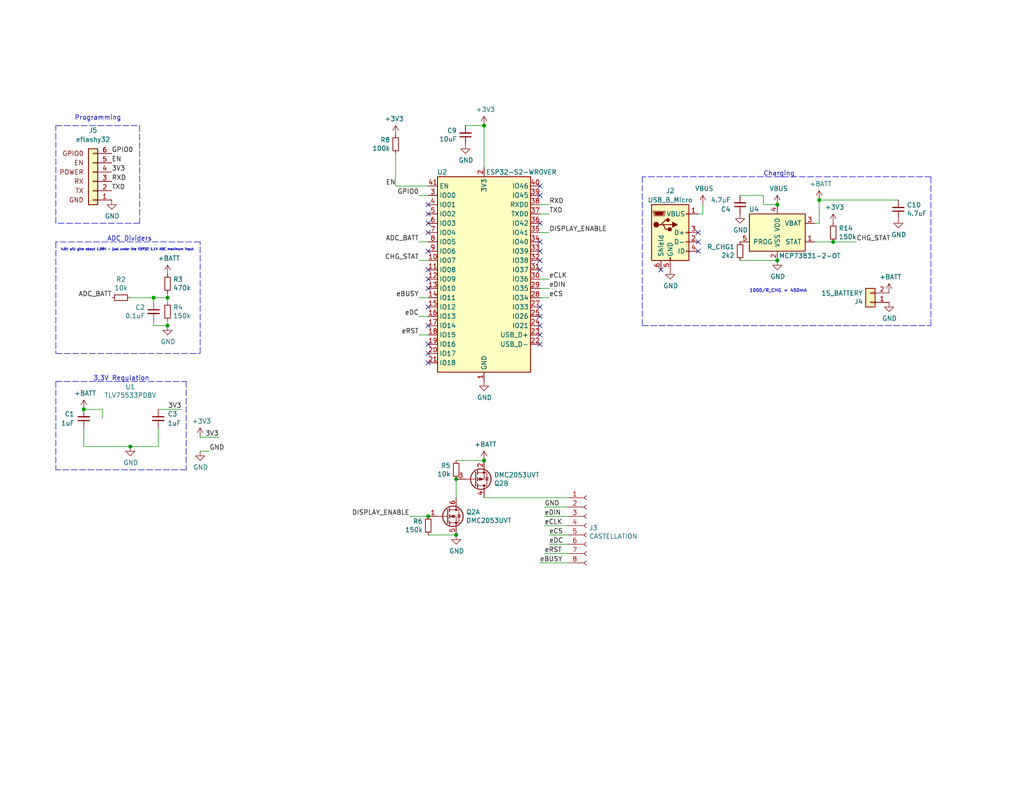
<source format=kicad_sch>
(kicad_sch (version 20210621) (generator eeschema)
  (paper "USLetter")
  (lib_symbols
    (symbol "!Custom:esp32buddy" (pin_names (offset 1.016) hide)
      (property "Reference" "J" (at 0 7.62 0))
      (property "Value" "esp32buddy" (at 0 -10.16 0))
      (symbol "esp32buddy_0_0"
        (text "GND" (at 2.54 5.08 0) (effects (font (size 1.27 1.27)) (justify left)))
      )
      (symbol "esp32buddy_1_1"
        (text "EN" (at 2.54 -5.08 0) (effects (font (size 1.27 1.27)) (justify left)))
        (text "GPIO0" (at 2.54 -7.62 0) (effects (font (size 1.27 1.27)) (justify left)))
        (text "POWER" (at 2.54 -2.54 0) (effects (font (size 1.27 1.27)) (justify left)))
        (text "RX" (at 2.54 0 0) (effects (font (size 1.27 1.27)) (justify left)))
        (text "TX" (at 2.54 2.54 0) (effects (font (size 1.27 1.27)) (justify left)))
        (rectangle (start -1.27 -7.493) (end 0 -7.747) (stroke (width 0.1524)))
        (rectangle (start -1.27 -4.953) (end 0 -5.207) (stroke (width 0.1524)))
        (rectangle (start -1.27 -2.413) (end 0 -2.667) (stroke (width 0.1524)))
        (rectangle (start -1.27 0.127) (end 0 -0.127) (stroke (width 0.1524)))
        (rectangle (start -1.27 2.667) (end 0 2.413) (stroke (width 0.1524)))
        (rectangle (start -1.27 5.207) (end 0 4.953) (stroke (width 0.1524)))
        (rectangle (start -1.27 6.35) (end 1.27 -8.89) (stroke (width 0.254)) (fill (type background)))
        (pin passive line (at -5.08 5.08 0) (length 3.81) (name "Pin_1") (number "1"))
        (pin passive line (at -5.08 2.54 0) (length 3.81) (name "Pin_2") (number "2"))
        (pin passive line (at -5.08 0 0) (length 3.81) (name "Pin_3") (number "3"))
        (pin passive line (at -5.08 -2.54 0) (length 3.81) (name "Pin_4") (number "4"))
        (pin passive line (at -5.08 -5.08 0) (length 3.81) (name "Pin_5") (number "5"))
        (pin passive line (at -5.08 -7.62 0) (length 3.81) (name "Pin_6") (number "6"))
      )
    )
    (symbol "Battery_Management:MCP73831-2-OT" (pin_names (offset 1.016))
      (property "Reference" "U" (at -7.62 6.35 0))
      (property "Value" "MCP73831-2-OT" (at 1.27 6.35 0))
      (symbol "MCP73831-2-OT_0_1"
        (rectangle (start -7.62 5.08) (end 7.62 -5.08) (stroke (width 0.254)) (fill (type background)))
      )
      (symbol "MCP73831-2-OT_1_1"
        (pin output line (at 10.16 -2.54 180) (length 2.54) (name "STAT") (number "1"))
        (pin power_in line (at 0 -7.62 90) (length 2.54) (name "VSS") (number "2"))
        (pin power_out line (at 10.16 2.54 180) (length 2.54) (name "VBAT") (number "3"))
        (pin power_in line (at 0 7.62 270) (length 2.54) (name "VDD") (number "4"))
        (pin input line (at -10.16 -2.54 0) (length 2.54) (name "PROG") (number "5"))
      )
    )
    (symbol "Connector:Conn_01x08_Female" (pin_names (offset 1.016) hide)
      (property "Reference" "J" (at 0 10.16 0))
      (property "Value" "Conn_01x08_Female" (at 0 -12.7 0))
      (symbol "Conn_01x08_Female_1_1"
        (arc (start 0 -9.652) (end 0 -10.668) (radius (at 0 -10.16) (length 0.508) (angles 90.1 -90.1)) (stroke (width 0.1524)))
        (arc (start 0 -7.112) (end 0 -8.128) (radius (at 0 -7.62) (length 0.508) (angles 90.1 -90.1)) (stroke (width 0.1524)))
        (arc (start 0 -4.572) (end 0 -5.588) (radius (at 0 -5.08) (length 0.508) (angles 90.1 -90.1)) (stroke (width 0.1524)))
        (arc (start 0 -2.032) (end 0 -3.048) (radius (at 0 -2.54) (length 0.508) (angles 90.1 -90.1)) (stroke (width 0.1524)))
        (arc (start 0 0.508) (end 0 -0.508) (radius (at 0 0) (length 0.508) (angles 90.1 -90.1)) (stroke (width 0.1524)))
        (arc (start 0 3.048) (end 0 2.032) (radius (at 0 2.54) (length 0.508) (angles 90.1 -90.1)) (stroke (width 0.1524)))
        (arc (start 0 5.588) (end 0 4.572) (radius (at 0 5.08) (length 0.508) (angles 90.1 -90.1)) (stroke (width 0.1524)))
        (arc (start 0 8.128) (end 0 7.112) (radius (at 0 7.62) (length 0.508) (angles 90.1 -90.1)) (stroke (width 0.1524)))
        (polyline (pts (xy -1.27 -10.16) (xy -0.508 -10.16)) (stroke (width 0.1524)))
        (polyline (pts (xy -1.27 -7.62) (xy -0.508 -7.62)) (stroke (width 0.1524)))
        (polyline (pts (xy -1.27 -5.08) (xy -0.508 -5.08)) (stroke (width 0.1524)))
        (polyline (pts (xy -1.27 -2.54) (xy -0.508 -2.54)) (stroke (width 0.1524)))
        (polyline (pts (xy -1.27 0) (xy -0.508 0)) (stroke (width 0.1524)))
        (polyline (pts (xy -1.27 2.54) (xy -0.508 2.54)) (stroke (width 0.1524)))
        (polyline (pts (xy -1.27 5.08) (xy -0.508 5.08)) (stroke (width 0.1524)))
        (polyline (pts (xy -1.27 7.62) (xy -0.508 7.62)) (stroke (width 0.1524)))
        (pin passive line (at -5.08 7.62 0) (length 3.81) (name "Pin_1") (number "1"))
        (pin passive line (at -5.08 5.08 0) (length 3.81) (name "Pin_2") (number "2"))
        (pin passive line (at -5.08 2.54 0) (length 3.81) (name "Pin_3") (number "3"))
        (pin passive line (at -5.08 0 0) (length 3.81) (name "Pin_4") (number "4"))
        (pin passive line (at -5.08 -2.54 0) (length 3.81) (name "Pin_5") (number "5"))
        (pin passive line (at -5.08 -5.08 0) (length 3.81) (name "Pin_6") (number "6"))
        (pin passive line (at -5.08 -7.62 0) (length 3.81) (name "Pin_7") (number "7"))
        (pin passive line (at -5.08 -10.16 0) (length 3.81) (name "Pin_8") (number "8"))
      )
    )
    (symbol "Connector:USB_B_Micro" (pin_names (offset 1.016))
      (property "Reference" "J" (at -5.08 11.43 0))
      (property "Value" "USB_B_Micro" (at -5.08 8.89 0))
      (symbol "USB_B_Micro_0_1"
        (circle (center -3.81 2.159) (radius 0.635) (stroke (width 0.254)) (fill (type outline)))
        (circle (center -0.635 3.429) (radius 0.381) (stroke (width 0.254)) (fill (type outline)))
        (rectangle (start -0.127 -7.62) (end 0.127 -6.858))
        (rectangle (start 5.08 -5.207) (end 4.318 -4.953))
        (rectangle (start 5.08 -2.667) (end 4.318 -2.413))
        (rectangle (start 5.08 -0.127) (end 4.318 0.127))
        (rectangle (start 5.08 4.953) (end 4.318 5.207))
        (rectangle (start 0.254 1.27) (end -0.508 0.508) (stroke (width 0.254)) (fill (type outline)))
        (rectangle (start -5.08 -7.62) (end 5.08 7.62) (stroke (width 0.254)) (fill (type background)))
        (polyline (pts (xy -1.905 2.159) (xy 0.635 2.159)) (stroke (width 0.254)))
        (polyline (pts (xy -3.175 2.159) (xy -2.54 2.159) (xy -1.27 3.429) (xy -0.635 3.429)) (stroke (width 0.254)))
        (polyline (pts (xy -2.54 2.159) (xy -1.905 2.159) (xy -1.27 0.889) (xy 0 0.889)) (stroke (width 0.254)))
        (polyline (pts (xy -4.699 5.842) (xy -4.699 5.588) (xy -4.445 4.826) (xy -4.445 4.572) (xy -1.651 4.572) (xy -1.651 4.826) (xy -1.397 5.588) (xy -1.397 5.842) (xy -4.699 5.842)))
        (polyline (pts (xy 0.635 2.794) (xy 0.635 1.524) (xy 1.905 2.159) (xy 0.635 2.794)) (stroke (width 0.254)) (fill (type outline)))
        (polyline (pts (xy -4.318 5.588) (xy -1.778 5.588) (xy -2.032 4.826) (xy -4.064 4.826) (xy -4.318 5.588)) (fill (type outline)))
      )
      (symbol "USB_B_Micro_1_1"
        (pin power_out line (at 7.62 5.08 180) (length 2.54) (name "VBUS") (number "1"))
        (pin passive line (at 7.62 -2.54 180) (length 2.54) (name "D-") (number "2"))
        (pin passive line (at 7.62 0 180) (length 2.54) (name "D+") (number "3"))
        (pin passive line (at 7.62 -5.08 180) (length 2.54) (name "ID") (number "4"))
        (pin power_out line (at 0 -10.16 90) (length 2.54) (name "GND") (number "5"))
        (pin passive line (at -2.54 -10.16 90) (length 2.54) (name "Shield") (number "6"))
      )
    )
    (symbol "Connector_Generic:Conn_01x02" (pin_names (offset 1.016) hide)
      (property "Reference" "J" (at 0 2.54 0))
      (property "Value" "Conn_01x02" (at 0 -5.08 0))
      (symbol "Conn_01x02_1_1"
        (rectangle (start -1.27 -2.413) (end 0 -2.667) (stroke (width 0.1524)))
        (rectangle (start -1.27 0.127) (end 0 -0.127) (stroke (width 0.1524)))
        (rectangle (start -1.27 1.27) (end 1.27 -3.81) (stroke (width 0.254)) (fill (type background)))
        (pin passive line (at -5.08 0 0) (length 3.81) (name "Pin_1") (number "1"))
        (pin passive line (at -5.08 -2.54 0) (length 3.81) (name "Pin_2") (number "2"))
      )
    )
    (symbol "Device:C_Small" (pin_numbers hide) (pin_names (offset 0.254) hide)
      (property "Reference" "C" (at 0.254 1.778 0))
      (property "Value" "C_Small" (at 0.254 -2.032 0))
      (symbol "C_Small_0_1"
        (polyline (pts (xy -1.524 -0.508) (xy 1.524 -0.508)) (stroke (width 0.3302)))
        (polyline (pts (xy -1.524 0.508) (xy 1.524 0.508)) (stroke (width 0.3048)))
      )
      (symbol "C_Small_1_1"
        (pin passive line (at 0 2.54 270) (length 2.032) (name "~") (number "1"))
        (pin passive line (at 0 -2.54 90) (length 2.032) (name "~") (number "2"))
      )
    )
    (symbol "Device:R_Small" (pin_numbers hide) (pin_names (offset 0.254) hide)
      (property "Reference" "R" (at 0.762 0.508 0))
      (property "Value" "R_Small" (at 0.762 -1.016 0))
      (symbol "R_Small_0_1"
        (rectangle (start -0.762 1.778) (end 0.762 -1.778) (stroke (width 0.2032)))
      )
      (symbol "R_Small_1_1"
        (pin passive line (at 0 2.54 270) (length 0.762) (name "~") (number "1"))
        (pin passive line (at 0 -2.54 90) (length 0.762) (name "~") (number "2"))
      )
    )
    (symbol "RF_Module:ESP32-S2-WROVER"
      (property "Reference" "U" (at -12.7 29.21 0))
      (property "Value" "ESP32-S2-WROVER" (at 2.54 29.21 0))
      (symbol "ESP32-S2-WROVER_0_1"
        (rectangle (start -12.7 27.94) (end 12.7 -25.4) (stroke (width 0.254)) (fill (type background)))
      )
      (symbol "ESP32-S2-WROVER_1_1"
        (pin power_in line (at 0 -27.94 90) (length 2.54) (name "GND") (number "1"))
        (pin bidirectional line (at -15.24 5.08 0) (length 2.54) (name "IO07") (number "10"))
        (pin bidirectional line (at -15.24 2.54 0) (length 2.54) (name "IO08") (number "11"))
        (pin bidirectional line (at -15.24 0 0) (length 2.54) (name "IO09") (number "12"))
        (pin bidirectional line (at -15.24 -2.54 0) (length 2.54) (name "IO10") (number "13"))
        (pin bidirectional line (at -15.24 -5.08 0) (length 2.54) (name "IO11") (number "14"))
        (pin bidirectional line (at -15.24 -7.62 0) (length 2.54) (name "IO12") (number "15"))
        (pin bidirectional line (at -15.24 -10.16 0) (length 2.54) (name "IO13") (number "16"))
        (pin bidirectional line (at -15.24 -12.7 0) (length 2.54) (name "IO14") (number "17"))
        (pin bidirectional line (at -15.24 -15.24 0) (length 2.54) (name "IO15") (number "18"))
        (pin bidirectional line (at -15.24 -17.78 0) (length 2.54) (name "IO16") (number "19"))
        (pin power_in line (at 0 30.48 270) (length 2.54) (name "3V3") (number "2"))
        (pin bidirectional line (at -15.24 -20.32 0) (length 2.54) (name "IO17") (number "20"))
        (pin bidirectional line (at -15.24 -22.86 0) (length 2.54) (name "IO18") (number "21"))
        (pin bidirectional line (at 15.24 -17.78 180) (length 2.54) (name "USB_D-") (number "22"))
        (pin bidirectional line (at 15.24 -15.24 180) (length 2.54) (name "USB_D+") (number "23"))
        (pin bidirectional line (at 15.24 -12.7 180) (length 2.54) (name "IO21") (number "24"))
        (pin bidirectional line (at 15.24 -10.16 180) (length 2.54) (name "IO26") (number "25"))
        (pin passive line (at 0 -27.94 90) (length 2.54) hide (name "GND") (number "26"))
        (pin bidirectional line (at 15.24 -7.62 180) (length 2.54) (name "IO33") (number "27"))
        (pin bidirectional line (at 15.24 -5.08 180) (length 2.54) (name "IO34") (number "28"))
        (pin bidirectional line (at 15.24 -2.54 180) (length 2.54) (name "IO35") (number "29"))
        (pin bidirectional line (at -15.24 22.86 0) (length 2.54) (name "IO00") (number "3"))
        (pin bidirectional line (at 15.24 0 180) (length 2.54) (name "IO36") (number "30"))
        (pin bidirectional line (at 15.24 2.54 180) (length 2.54) (name "IO37") (number "31"))
        (pin bidirectional line (at 15.24 5.08 180) (length 2.54) (name "IO38") (number "32"))
        (pin bidirectional line (at 15.24 7.62 180) (length 2.54) (name "IO39") (number "33"))
        (pin bidirectional line (at 15.24 10.16 180) (length 2.54) (name "IO40") (number "34"))
        (pin bidirectional line (at 15.24 12.7 180) (length 2.54) (name "IO41") (number "35"))
        (pin bidirectional line (at 15.24 15.24 180) (length 2.54) (name "IO42") (number "36"))
        (pin bidirectional line (at 15.24 17.78 180) (length 2.54) (name "TXD0") (number "37"))
        (pin bidirectional line (at 15.24 20.32 180) (length 2.54) (name "RXD0") (number "38"))
        (pin bidirectional line (at 15.24 22.86 180) (length 2.54) (name "IO45") (number "39"))
        (pin bidirectional line (at -15.24 20.32 0) (length 2.54) (name "IO01") (number "4"))
        (pin input line (at 15.24 25.4 180) (length 2.54) (name "IO46") (number "40"))
        (pin input line (at -15.24 25.4 0) (length 2.54) (name "EN") (number "41"))
        (pin passive line (at 0 -27.94 90) (length 2.54) hide (name "GND") (number "42"))
        (pin passive line (at 0 -27.94 90) (length 2.54) hide (name "GND") (number "43"))
        (pin bidirectional line (at -15.24 17.78 0) (length 2.54) (name "IO02") (number "5"))
        (pin bidirectional line (at -15.24 15.24 0) (length 2.54) (name "IO03") (number "6"))
        (pin bidirectional line (at -15.24 12.7 0) (length 2.54) (name "IO04") (number "7"))
        (pin bidirectional line (at -15.24 10.16 0) (length 2.54) (name "IO05") (number "8"))
        (pin bidirectional line (at -15.24 7.62 0) (length 2.54) (name "IO06") (number "9"))
      )
    )
    (symbol "Transistor_FET:DMC2053UVT" (pin_names hide)
      (property "Reference" "Q" (at 3.175 1.27 0))
      (property "Value" "DMC2053UVT" (at 3.175 -1.27 0))
      (symbol "DMC2053UVT_0_1"
        (circle (center -0.889 0) (radius 2.794) (stroke (width 0.254)))
        (circle (center 0 -1.778) (radius 0.254) (fill (type outline)))
        (circle (center 0 1.778) (radius 0.254) (fill (type outline)))
        (polyline (pts (xy -2.286 0) (xy -5.08 0)))
        (polyline (pts (xy -2.286 1.905) (xy -2.286 -1.905)) (stroke (width 0.254)))
        (polyline (pts (xy -1.778 -1.27) (xy -1.778 -2.286)) (stroke (width 0.254)))
        (polyline (pts (xy -1.778 0.508) (xy -1.778 -0.508)) (stroke (width 0.254)))
        (polyline (pts (xy -1.778 2.286) (xy -1.778 1.27)) (stroke (width 0.254)))
        (polyline (pts (xy 0 2.54) (xy 0 1.778)))
        (polyline (pts (xy 0 -2.54) (xy 0 0) (xy -1.778 0)))
        (polyline (pts (xy -1.778 -1.778) (xy 0.762 -1.778) (xy 0.762 1.778) (xy -1.778 1.778)))
      )
      (symbol "DMC2053UVT_1_1"
        (polyline (pts (xy 0.254 0.508) (xy 0.381 0.381) (xy 1.143 0.381) (xy 1.27 0.254)))
        (polyline (pts (xy 0.762 0.381) (xy 0.381 -0.254) (xy 1.143 -0.254) (xy 0.762 0.381)))
        (polyline (pts (xy -1.524 0) (xy -0.508 0.381) (xy -0.508 -0.381) (xy -1.524 0)) (fill (type outline)))
        (pin passive line (at -7.62 0 0) (length 2.54) (name "G") (number "1"))
        (pin passive line (at 0 -5.08 90) (length 2.54) (name "S") (number "5"))
        (pin passive line (at 0 5.08 270) (length 2.54) (name "D") (number "6"))
      )
      (symbol "DMC2053UVT_2_1"
        (polyline (pts (xy 0.254 -0.508) (xy 0.381 -0.381) (xy 1.143 -0.381) (xy 1.27 -0.254)))
        (polyline (pts (xy 0.762 -0.381) (xy 0.381 0.254) (xy 1.143 0.254) (xy 0.762 -0.381)))
        (polyline (pts (xy -0.254 0) (xy -1.27 0.381) (xy -1.27 -0.381) (xy -0.254 0)) (fill (type outline)))
        (pin passive line (at 0 -5.08 90) (length 2.54) (name "S") (number "2"))
        (pin passive line (at -7.62 0 0) (length 2.54) (name "G") (number "3"))
        (pin passive line (at 0 5.08 270) (length 2.54) (name "D") (number "4"))
      )
    )
    (symbol "power:+3V3" (power) (pin_names (offset 0))
      (property "Value" "+3V3" (at 0 3.556 0))
      (symbol "+3V3_0_1"
        (polyline (pts (xy -0.762 1.27) (xy 0 2.54)))
        (polyline (pts (xy 0 0) (xy 0 2.54)))
        (polyline (pts (xy 0 2.54) (xy 0.762 1.27)))
      )
      (symbol "+3V3_1_1"
        (pin power_in line (at 0 0 90) (length 0) hide (name "+3V3") (number "1"))
      )
    )
    (symbol "power:+BATT" (power) (pin_names (offset 0))
      (property "Value" "+BATT" (at 0 3.556 0))
      (symbol "+BATT_0_1"
        (polyline (pts (xy -0.762 1.27) (xy 0 2.54)))
        (polyline (pts (xy 0 0) (xy 0 2.54)))
        (polyline (pts (xy 0 2.54) (xy 0.762 1.27)))
      )
      (symbol "+BATT_1_1"
        (pin power_in line (at 0 0 90) (length 0) hide (name "+BATT") (number "1"))
      )
    )
    (symbol "power:GND" (power) (pin_names (offset 0))
      (property "Value" "GND" (at 0 -3.81 0))
      (symbol "GND_0_1"
        (polyline (pts (xy 0 0) (xy 0 -1.27) (xy 1.27 -1.27) (xy 0 -2.54) (xy -1.27 -1.27) (xy 0 -1.27)))
      )
      (symbol "GND_1_1"
        (pin power_in line (at 0 0 270) (length 0) hide (name "GND") (number "1"))
      )
    )
    (symbol "power:VBUS" (power) (pin_names (offset 0))
      (property "Value" "VBUS" (at 0 3.81 0))
      (symbol "VBUS_0_1"
        (polyline (pts (xy -0.762 1.27) (xy 0 2.54)))
        (polyline (pts (xy 0 0) (xy 0 2.54)))
        (polyline (pts (xy 0 2.54) (xy 0.762 1.27)))
      )
      (symbol "VBUS_1_1"
        (pin power_in line (at 0 0 90) (length 0) hide (name "VBUS") (number "1"))
      )
    )
  )
  (junction (at 22.86 111.76))
  (junction (at 35.56 121.92))
  (junction (at 41.91 81.28))
  (junction (at 45.72 81.28))
  (junction (at 45.72 88.9))
  (junction (at 116.84 140.97))
  (junction (at 124.46 130.81))
  (junction (at 124.46 146.05))
  (junction (at 132.08 34.29))
  (junction (at 132.08 125.73))
  (junction (at 212.09 55.88))
  (junction (at 212.09 71.12))
  (junction (at 223.52 54.61))
  (junction (at 227.33 66.04))
  (no_connect (at 116.84 55.88))
  (no_connect (at 116.84 58.42))
  (no_connect (at 116.84 60.96))
  (no_connect (at 116.84 63.5))
  (no_connect (at 116.84 68.58))
  (no_connect (at 116.84 73.66))
  (no_connect (at 116.84 76.2))
  (no_connect (at 116.84 78.74))
  (no_connect (at 116.84 83.82))
  (no_connect (at 116.84 88.9))
  (no_connect (at 116.84 93.98))
  (no_connect (at 116.84 96.52))
  (no_connect (at 116.84 99.06))
  (no_connect (at 147.32 50.8))
  (no_connect (at 147.32 53.34))
  (no_connect (at 147.32 60.96))
  (no_connect (at 147.32 66.04))
  (no_connect (at 147.32 68.58))
  (no_connect (at 147.32 71.12))
  (no_connect (at 147.32 73.66))
  (no_connect (at 147.32 83.82))
  (no_connect (at 147.32 86.36))
  (no_connect (at 147.32 88.9))
  (no_connect (at 147.32 91.44))
  (no_connect (at 147.32 93.98))
  (no_connect (at 180.34 73.66))
  (no_connect (at 190.5 63.5))
  (no_connect (at 190.5 66.04))
  (no_connect (at 190.5 68.58))
  (wire (pts (xy 22.86 121.92) (xy 22.86 116.84)))
  (wire (pts (xy 27.94 111.76) (xy 22.86 111.76)))
  (wire (pts (xy 27.94 111.76) (xy 27.94 114.3)))
  (wire (pts (xy 35.56 81.28) (xy 41.91 81.28)))
  (wire (pts (xy 35.56 121.92) (xy 22.86 121.92)))
  (wire (pts (xy 41.91 81.28) (xy 45.72 81.28)))
  (wire (pts (xy 41.91 82.55) (xy 41.91 81.28)))
  (wire (pts (xy 41.91 87.63) (xy 41.91 88.9)))
  (wire (pts (xy 41.91 88.9) (xy 45.72 88.9)))
  (wire (pts (xy 43.18 116.84) (xy 43.18 121.92)))
  (wire (pts (xy 43.18 121.92) (xy 35.56 121.92)))
  (wire (pts (xy 45.72 80.01) (xy 45.72 81.28)))
  (wire (pts (xy 45.72 81.28) (xy 45.72 82.55)))
  (wire (pts (xy 45.72 88.9) (xy 45.72 87.63)))
  (wire (pts (xy 49.53 111.76) (xy 43.18 111.76)))
  (wire (pts (xy 54.61 119.38) (xy 59.69 119.38)))
  (wire (pts (xy 54.61 123.19) (xy 57.15 123.19)))
  (wire (pts (xy 107.95 41.91) (xy 107.95 50.8)))
  (wire (pts (xy 111.76 140.97) (xy 116.84 140.97)))
  (wire (pts (xy 114.3 86.36) (xy 116.84 86.36)))
  (wire (pts (xy 114.3 91.44) (xy 116.84 91.44)))
  (wire (pts (xy 116.84 50.8) (xy 107.95 50.8)))
  (wire (pts (xy 116.84 53.34) (xy 114.3 53.34)))
  (wire (pts (xy 116.84 66.04) (xy 114.3 66.04)))
  (wire (pts (xy 116.84 71.12) (xy 114.3 71.12)))
  (wire (pts (xy 116.84 81.28) (xy 114.3 81.28)))
  (wire (pts (xy 116.84 146.05) (xy 124.46 146.05)))
  (wire (pts (xy 124.46 125.73) (xy 132.08 125.73)))
  (wire (pts (xy 124.46 130.81) (xy 124.46 135.89)))
  (wire (pts (xy 127 34.29) (xy 132.08 34.29)))
  (wire (pts (xy 132.08 34.29) (xy 132.08 45.72)))
  (wire (pts (xy 132.08 135.89) (xy 154.94 135.89)))
  (wire (pts (xy 148.59 143.51) (xy 154.94 143.51)))
  (wire (pts (xy 149.86 55.88) (xy 147.32 55.88)))
  (wire (pts (xy 149.86 58.42) (xy 147.32 58.42)))
  (wire (pts (xy 149.86 63.5) (xy 147.32 63.5)))
  (wire (pts (xy 149.86 76.2) (xy 147.32 76.2)))
  (wire (pts (xy 149.86 78.74) (xy 147.32 78.74)))
  (wire (pts (xy 149.86 81.28) (xy 147.32 81.28)))
  (wire (pts (xy 154.94 138.43) (xy 148.59 138.43)))
  (wire (pts (xy 154.94 140.97) (xy 148.59 140.97)))
  (wire (pts (xy 154.94 146.05) (xy 149.86 146.05)))
  (wire (pts (xy 154.94 148.59) (xy 149.86 148.59)))
  (wire (pts (xy 154.94 151.13) (xy 148.59 151.13)))
  (wire (pts (xy 154.94 153.67) (xy 147.32 153.67)))
  (wire (pts (xy 191.77 55.88) (xy 191.77 58.42)))
  (wire (pts (xy 191.77 58.42) (xy 190.5 58.42)))
  (wire (pts (xy 201.93 53.34) (xy 208.28 53.34)))
  (wire (pts (xy 208.28 53.34) (xy 208.28 55.88)))
  (wire (pts (xy 208.28 55.88) (xy 212.09 55.88)))
  (wire (pts (xy 212.09 71.12) (xy 201.93 71.12)))
  (wire (pts (xy 222.25 60.96) (xy 223.52 60.96)))
  (wire (pts (xy 222.25 66.04) (xy 227.33 66.04)))
  (wire (pts (xy 223.52 54.61) (xy 245.11 54.61)))
  (wire (pts (xy 223.52 60.96) (xy 223.52 54.61)))
  (wire (pts (xy 227.33 66.04) (xy 233.68 66.04)))
  (polyline (pts (xy 15.24 34.29) (xy 38.1 34.29)))
  (polyline (pts (xy 15.24 60.96) (xy 15.24 34.29)))
  (polyline (pts (xy 15.24 66.04) (xy 15.24 96.52)))
  (polyline (pts (xy 15.24 96.52) (xy 54.61 96.52)))
  (polyline (pts (xy 15.24 104.14) (xy 15.24 128.27)))
  (polyline (pts (xy 15.24 104.14) (xy 50.8 104.14)))
  (polyline (pts (xy 38.1 34.29) (xy 38.1 60.96)))
  (polyline (pts (xy 38.1 60.96) (xy 15.24 60.96)))
  (polyline (pts (xy 50.8 104.14) (xy 50.8 128.27)))
  (polyline (pts (xy 50.8 128.27) (xy 15.24 128.27)))
  (polyline (pts (xy 54.61 66.04) (xy 15.24 66.04)))
  (polyline (pts (xy 54.61 96.52) (xy 54.61 66.04)))
  (polyline (pts (xy 175.26 48.26) (xy 175.26 88.9)))
  (polyline (pts (xy 175.26 88.9) (xy 254 88.9)))
  (polyline (pts (xy 254 48.26) (xy 175.26 48.26)))
  (polyline (pts (xy 254 88.9) (xy 254 48.26)))
  (text "4.5V will give about 1.09V - just under the ESP32 1.1V ADC maximum input" (at 16.51 68.58 0) (effects (font (size 0.6096 0.6096)) (justify left bottom)))
  (text "Programming" (at 20.32 33.02 0) (effects (font (size 1.27 1.27)) (justify left bottom)))
  (text "3.3V Regulation" (at 25.4 104.14 0) (effects (font (size 1.27 1.27)) (justify left bottom)))
  (text "ADC Dividers" (at 29.21 66.04 0) (effects (font (size 1.27 1.27)) (justify left bottom)))
  (text "1000/R_CHG = 450mA" (at 204.47 80.01 0) (effects (font (size 0.889 0.889)) (justify left bottom)))
  (text "Charging" (at 208.28 48.26 0) (effects (font (size 1.27 1.27)) (justify left bottom)))
  (label "GPIO0" (at 30.48 41.91 0))
  (label "EN" (at 30.48 44.45 0))
  (label "3V3" (at 30.48 46.99 0))
  (label "RXD" (at 30.48 49.53 0))
  (label "TXD" (at 30.48 52.07 0))
  (label "ADC_BATT" (at 30.48 81.28 180))
  (label "3V3" (at 49.53 111.76 180))
  (label "GND" (at 57.15 123.19 0))
  (label "3V3" (at 59.69 119.38 180))
  (label "EN" (at 107.95 50.8 180))
  (label "DISPLAY_ENABLE" (at 111.76 140.97 180))
  (label "GPIO0" (at 114.3 53.34 180))
  (label "ADC_BATT" (at 114.3 66.04 180))
  (label "CHG_STAT" (at 114.3 71.12 180))
  (label "eBUSY" (at 114.3 81.28 180))
  (label "eDC" (at 114.3 86.36 180))
  (label "eRST" (at 114.3 91.44 180))
  (label "eBUSY" (at 147.32 153.67 0))
  (label "GND" (at 148.59 138.43 0))
  (label "eDIN" (at 148.59 140.97 0))
  (label "eCLK" (at 148.59 143.51 0))
  (label "eRST" (at 148.59 151.13 0))
  (label "RXD" (at 149.86 55.88 0))
  (label "TXD" (at 149.86 58.42 0))
  (label "DISPLAY_ENABLE" (at 149.86 63.5 0))
  (label "eCLK" (at 149.86 76.2 0))
  (label "eDIN" (at 149.86 78.74 0))
  (label "eCS" (at 149.86 81.28 0))
  (label "eCS" (at 149.86 146.05 0))
  (label "eDC" (at 149.86 148.59 0))
  (label "CHG_STAT" (at 233.68 66.04 0))
  (symbol (lib_id "power:+BATT") (at 22.86 111.76 0) (unit 1)
    (property "Reference" "#PWR02" (effects hide))
    (property "Value" "+BATT" (at 23.241 107.3658 0))
  )
  (symbol (lib_id "power:+BATT") (at 45.72 74.93 0) (unit 1)
    (property "Reference" "#PWR06" (effects hide))
    (property "Value" "+BATT" (at 46.101 70.5358 0))
  )
  (symbol (lib_id "power:+3V3") (at 54.61 119.38 0) (unit 1)
    (property "Reference" "#PWR010" (effects hide))
    (property "Value" "+3V3" (at 54.991 114.9858 0))
  )
  (symbol (lib_id "power:+3V3") (at 107.95 36.83 0) (mirror y) (unit 1)
    (property "Reference" "#PWR020" (effects hide))
    (property "Value" "+3V3" (at 107.569 32.4358 0))
  )
  (symbol (lib_id "power:+3V3") (at 132.08 34.29 0) (unit 1)
    (property "Reference" "#PWR023" (effects hide))
    (property "Value" "+3V3" (at 132.461 29.8958 0))
  )
  (symbol (lib_id "power:+BATT") (at 132.08 125.73 0) (unit 1)
    (property "Reference" "#PWR0104" (effects hide))
    (property "Value" "+BATT" (at 132.461 121.3358 0))
  )
  (symbol (lib_id "power:VBUS") (at 191.77 55.88 0) (unit 1)
    (property "Reference" "#PWR031" (effects hide))
    (property "Value" "VBUS" (at 192.151 51.4858 0))
  )
  (symbol (lib_id "power:VBUS") (at 212.09 55.88 0) (unit 1)
    (property "Reference" "#PWR033" (effects hide))
    (property "Value" "VBUS" (at 212.471 51.4858 0))
  )
  (symbol (lib_id "power:+BATT") (at 223.52 54.61 0) (unit 1)
    (property "Reference" "#PWR036" (effects hide))
    (property "Value" "+BATT" (at 223.901 50.2158 0))
  )
  (symbol (lib_id "power:+3V3") (at 227.33 60.96 0) (unit 1)
    (property "Reference" "#PWR08" (effects hide))
    (property "Value" "+3V3" (at 227.711 56.5658 0))
  )
  (symbol (lib_id "power:+BATT") (at 242.57 80.01 0) (unit 1)
    (property "Reference" "#PWR037" (effects hide))
    (property "Value" "+BATT" (at 242.951 75.6158 0))
  )
  (symbol (lib_id "power:GND") (at 30.48 54.61 0) (unit 1)
    (property "Reference" "#PWR0105" (effects hide))
    (property "Value" "GND" (at 30.607 59.0042 0))
  )
  (symbol (lib_id "power:GND") (at 35.56 121.92 0) (unit 1)
    (property "Reference" "#PWR04" (effects hide))
    (property "Value" "GND" (at 35.687 126.3142 0))
  )
  (symbol (lib_id "power:GND") (at 45.72 88.9 0) (unit 1)
    (property "Reference" "#PWR07" (effects hide))
    (property "Value" "GND" (at 45.847 93.2942 0))
  )
  (symbol (lib_id "power:GND") (at 54.61 123.19 0) (unit 1)
    (property "Reference" "#PWR013" (effects hide))
    (property "Value" "GND" (at 54.737 127.5842 0))
  )
  (symbol (lib_id "power:GND") (at 124.46 146.05 0) (unit 1)
    (property "Reference" "#PWR0101" (effects hide))
    (property "Value" "GND" (at 124.587 150.4442 0))
  )
  (symbol (lib_id "power:GND") (at 127 39.37 0) (unit 1)
    (property "Reference" "#PWR022" (effects hide))
    (property "Value" "GND" (at 127.127 43.7642 0))
  )
  (symbol (lib_id "power:GND") (at 132.08 104.14 0) (unit 1)
    (property "Reference" "#PWR0106" (effects hide))
    (property "Value" "GND" (at 132.207 108.5342 0))
  )
  (symbol (lib_id "power:GND") (at 182.88 73.66 0) (unit 1)
    (property "Reference" "#PWR030" (effects hide))
    (property "Value" "GND" (at 183.007 78.0542 0))
  )
  (symbol (lib_id "power:GND") (at 201.93 58.42 0) (unit 1)
    (property "Reference" "#PWR011" (effects hide))
    (property "Value" "GND" (at 202.057 62.8142 0))
  )
  (symbol (lib_id "power:GND") (at 212.09 71.12 0) (unit 1)
    (property "Reference" "#PWR034" (effects hide))
    (property "Value" "GND" (at 212.217 75.5142 0))
  )
  (symbol (lib_id "power:GND") (at 242.57 82.55 0) (unit 1)
    (property "Reference" "#PWR035" (effects hide))
    (property "Value" "GND" (at 242.697 86.9442 0))
  )
  (symbol (lib_id "power:GND") (at 245.11 59.69 0) (unit 1)
    (property "Reference" "#PWR039" (effects hide))
    (property "Value" "GND" (at 245.237 64.0842 0))
  )
  (symbol (lib_id "Device:R_Small") (at 33.02 81.28 270) (unit 1)
    (property "Reference" "R2" (at 33.02 76.3016 90))
    (property "Value" "10k" (at 33.02 78.613 90))
    (property "Footprint" "Resistor_SMD:R_1206_3216Metric" (effects hide))
  )
  (symbol (lib_id "Device:R_Small") (at 45.72 77.47 180) (unit 1)
    (property "Reference" "R3" (at 47.2186 76.3016 0) (effects (justify right)))
    (property "Value" "470k" (at 47.2186 78.613 0) (effects (justify right)))
    (property "Footprint" "Resistor_SMD:R_1206_3216Metric" (effects hide))
  )
  (symbol (lib_id "Device:R_Small") (at 45.72 85.09 0) (unit 1)
    (property "Reference" "R4" (at 47.2186 83.9216 0) (effects (justify left)))
    (property "Value" "150k" (at 47.2186 86.233 0) (effects (justify left)))
    (property "Footprint" "Resistor_SMD:R_1206_3216Metric" (effects hide))
  )
  (symbol (lib_id "Device:R_Small") (at 107.95 39.37 0) (mirror x) (unit 1)
    (property "Reference" "R8" (at 106.4514 38.2016 0) (effects (justify right)))
    (property "Value" "100k" (at 106.4514 40.513 0) (effects (justify right)))
    (property "Footprint" "Resistor_SMD:R_1206_3216Metric" (effects hide))
  )
  (symbol (lib_id "Device:R_Small") (at 116.84 143.51 0) (unit 1)
    (property "Reference" "R6" (at 115.3668 142.3416 0) (effects (justify right)))
    (property "Value" "150k" (at 115.3668 144.653 0) (effects (justify right)))
    (property "Footprint" "Resistor_SMD:R_1206_3216Metric" (effects hide))
  )
  (symbol (lib_id "Device:R_Small") (at 124.46 128.27 0) (unit 1)
    (property "Reference" "R5" (at 122.9614 127.1016 0) (effects (justify right)))
    (property "Value" "10k" (at 122.9614 129.413 0) (effects (justify right)))
    (property "Footprint" "Resistor_SMD:R_1206_3216Metric" (effects hide))
  )
  (symbol (lib_id "Device:R_Small") (at 201.93 68.58 0) (mirror x) (unit 1)
    (property "Reference" "R_CHG1" (at 200.4568 67.4116 0) (effects (justify right)))
    (property "Value" "2k2" (at 200.4568 69.723 0) (effects (justify right)))
    (property "Footprint" "Resistor_SMD:R_1206_3216Metric" (effects hide))
  )
  (symbol (lib_id "Device:R_Small") (at 227.33 63.5 180) (unit 1)
    (property "Reference" "R14" (at 228.8286 62.3316 0) (effects (justify right)))
    (property "Value" "150k" (at 228.8286 64.643 0) (effects (justify right)))
    (property "Footprint" "Resistor_SMD:R_1206_3216Metric" (effects hide))
  )
  (symbol (lib_id "Device:C_Small") (at 22.86 114.3 180) (unit 1)
    (property "Reference" "C1" (at 20.32 113.03 0) (effects (justify left)))
    (property "Value" "1uF" (at 20.32 115.57 0) (effects (justify left)))
    (property "Footprint" "Capacitor_SMD:C_1206_3216Metric" (effects hide))
  )
  (symbol (lib_id "Device:C_Small") (at 41.91 85.09 0) (unit 1)
    (property "Reference" "C2" (at 39.5986 83.9216 0) (effects (justify right)))
    (property "Value" "0.1uF" (at 39.5986 86.233 0) (effects (justify right)))
    (property "Footprint" "Capacitor_SMD:C_1206_3216Metric" (effects hide))
  )
  (symbol (lib_id "Device:C_Small") (at 43.18 114.3 0) (unit 1)
    (property "Reference" "C3" (at 45.72 113.03 0) (effects (justify left)))
    (property "Value" "1uF" (at 45.72 115.57 0) (effects (justify left)))
    (property "Footprint" "Capacitor_SMD:C_1206_3216Metric" (effects hide))
  )
  (symbol (lib_id "Device:C_Small") (at 127 36.83 0) (mirror x) (unit 1)
    (property "Reference" "C9" (at 124.6886 35.6616 0) (effects (justify right)))
    (property "Value" "10uF" (at 124.6886 37.973 0) (effects (justify right)))
    (property "Footprint" "Capacitor_SMD:C_1206_3216Metric" (effects hide))
  )
  (symbol (lib_id "Device:C_Small") (at 201.93 55.88 180) (unit 1)
    (property "Reference" "C4" (at 199.39 57.15 0) (effects (justify left)))
    (property "Value" "4.7uF" (at 199.39 54.61 0) (effects (justify left)))
    (property "Footprint" "Capacitor_SMD:C_1206_3216Metric" (effects hide))
  )
  (symbol (lib_id "Device:C_Small") (at 245.11 57.15 180) (unit 1)
    (property "Reference" "C10" (at 247.4214 55.9816 0) (effects (justify right)))
    (property "Value" "4.7uF" (at 247.4214 58.293 0) (effects (justify right)))
    (property "Footprint" "Capacitor_SMD:C_1206_3216Metric" (effects hide))
  )
  (symbol (lib_id "Connector_Generic:Conn_01x02") (at 237.49 82.55 180) (unit 1)
    (property "Reference" "J4" (at 235.4834 82.3468 0) (effects (justify left)))
    (property "Value" "1S_BATTERY" (at 235.4834 80.0354 0) (effects (justify left)))
    (property "Footprint" "Connector_JST:JST_PH_S2B-PH-SM4-TB_1x02-1MP_P2.00mm_Horizontal" (effects hide))
  )
  (symbol (lib_id "Connector:Conn_01x08_Female") (at 160.02 143.51 0) (unit 1)
    (property "Reference" "J3" (at 160.7058 144.1196 0) (effects (justify left)))
    (property "Value" "CASTELLATION" (at 160.7058 146.431 0) (effects (justify left)))
    (property "Footprint" "Connector_PinHeader_2.54mm:PinHeader_1x08_P2.54mm_Vertical" (effects hide))
  )
  (symbol (lib_id "Transistor_FET:DMC2053UVT") (at 124.46 140.97 0) (unit 1)
    (property "Reference" "Q2" (at 127.1524 139.8016 0) (effects (justify left)))
    (property "Value" "DMC2053UVT" (at 127.1524 142.113 0) (effects (justify left)))
    (property "Footprint" "Package_TO_SOT_SMD:TSOT-23-6" (effects hide))
    (property "Datasheet" "https://www.diodes.com/assets/Datasheets/DMC2053UVT.pdf" (effects hide))
  )
  (symbol (lib_id "Transistor_FET:DMC2053UVT") (at 132.08 130.81 0) (mirror x) (unit 2)
    (property "Reference" "Q2" (at 134.7724 131.9784 0) (effects (justify left)))
    (property "Value" "DMC2053UVT" (at 134.7724 129.667 0) (effects (justify left)))
    (property "Footprint" "Package_TO_SOT_SMD:TSOT-23-6" (effects hide))
    (property "Datasheet" "https://www.diodes.com/assets/Datasheets/DMC2053UVT.pdf" (effects hide))
  )
  (symbol (lib_id "eWeatherStation-rescue:TLV75533PDBV-Regulator_Linear") (at 35.56 114.3 0) (unit 1)
    (property "Reference" "U1" (at 35.56 105.6132 0))
    (property "Value" "TLV75533PDBV" (at 35.56 107.9246 0))
    (property "Footprint" "Package_TO_SOT_SMD:SOT-23-5" (effects hide))
    (property "Datasheet" "http://www.ti.com/lit/ds/symlink/tlv755p.pdf" (effects hide))
  )
  (symbol (lib_id "!Custom:esp32buddy") (at 25.4 49.53 180) (unit 1)
    (property "Reference" "J5" (at 25.4 35.56 0))
    (property "Value" "eflashy32" (at 25.4 38.1 0))
    (property "Footprint" "Connector_PinHeader_2.54mm:PinHeader_1x06_P2.54mm_Vertical" (effects hide))
  )
  (symbol (lib_id "Connector:USB_B_Micro") (at 182.88 63.5 0) (unit 1)
    (property "Reference" "J2" (at 182.88 52.07 0))
    (property "Value" "USB_B_Micro" (at 182.88 54.61 0))
    (property "Footprint" "Connector_USB:USB_Micro-B_Molex-105133-0001" (effects hide))
  )
  (symbol (lib_id "Battery_Management:MCP73831-2-OT") (at 212.09 63.5 0) (unit 1)
    (property "Reference" "U4" (at 205.74 57.15 0))
    (property "Value" "MCP73831-2-OT" (at 220.98 69.85 0))
    (property "Footprint" "Package_TO_SOT_SMD:SOT-23-5" (effects hide))
    (property "Datasheet" "http://ww1.microchip.com/downloads/en/DeviceDoc/20001984g.pdf" (effects hide))
  )
  (symbol (lib_id "RF_Module:ESP32-S2-WROVER") (at 132.08 76.2 0) (unit 1)
    (property "Reference" "U2" (at 120.65 46.99 0))
    (property "Value" "ESP32-S2-WROVER" (at 142.24 46.99 0))
    (property "Footprint" "RF_Module:ESP32-S2-WROVER" (effects hide))
    (property "Datasheet" "https://www.espressif.com/sites/default/files/documentation/esp32-s2-wroom_esp32-s2-wroom-i_datasheet_en.pdf" (effects hide))
  )
)
</source>
